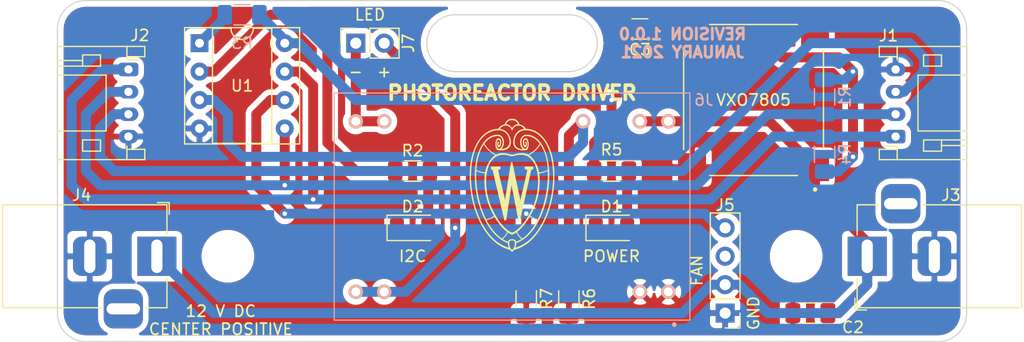
<source format=kicad_pcb>
(kicad_pcb (version 20171130) (host pcbnew 5.1.8+dfsg1-1+b1)
  (title_block (title "Digital Photoreactor Driver") (date 2021-01-19) (rev 1.0.0) (company "University of Wisconsin-Madison") (comment 1 "Department of Chemistry") (comment 2 "Gellman Group") (comment 3 "Philip Lampkin") (comment 4 plampkin@wisc.edu))
  (layers (0 F.Cu signal) (31 B.Cu signal) (34 B.Paste user) (35 F.Paste user) (36 B.SilkS user) (37 F.SilkS user) (38 B.Mask user) (39 F.Mask user) (44 Edge.Cuts user))
  (net 0 "")
  (net 1 GND)
  (net 2 +12V)
  (net 3 +5V)
  (net 4 SDA)
  (net 5 SCL)
  (net 6 PWM_LED)
  (net 7 PWM_FAN)
  (net 8 INDICATOR)
  (net 9 "Net-(D1-Pad2)")
  (net 10 "Net-(D2-Pad2)")
  (net 11 "Net-(J1-Pad3)")
  (net 12 "Net-(J6-Pad13)")
  (net 13 "Net-(J6-Pad11)")
  (net 14 "Net-(R3-Pad2)")
  (module Resistor_SMD:R_1206_3216Metric_Pad1.30x1.75mm_HandSolder (layer F.Cu) (at 128.27 105.41 270)
    (fp_text reference R7 (at 0 -1.82 90) (layer F.SilkS))
    (fp_text value 4.7k)
    (pad 2 smd roundrect (at 1.55 0 270) (size 1.3 1.75) (layers F.Cu F.Paste F.Mask) (roundrect_rratio 0.192308) (net 1 GND))
    (pad 1 smd roundrect (at -1.55 0 270) (size 1.3 1.75) (layers F.Cu F.Paste F.Mask) (roundrect_rratio 0.192308) (net 7 PWM_FAN))
  )
  (module Resistor_SMD:R_1206_3216Metric_Pad1.30x1.75mm_HandSolder (layer F.Cu) (at 132.08 105.41 270)
    (fp_text reference R6 (at 0 -1.82 90) (layer F.SilkS))
    (fp_text value 4.7k)
    (pad 2 smd roundrect (at 1.55 0 270) (size 1.3 1.75) (layers F.Cu F.Paste F.Mask) (roundrect_rratio 0.192308) (net 1 GND))
    (pad 1 smd roundrect (at -1.55 0 270) (size 1.3 1.75) (layers F.Cu F.Paste F.Mask) (roundrect_rratio 0.192308) (net 6 PWM_LED))
  )
  (module footprints:CONV_VXO7805-500-M (layer F.Cu) (at 148.59 87.63 180)
    (fp_text reference PS1 hide)
    (fp_text value VXO7805-500-M)
    (pad 4 smd rect (at -5.5 6 180) (size 2.5 2.5) (layers F.Cu F.Paste F.Mask))
    (pad 3 smd rect (at 5.5 6 180) (size 2.5 2.5) (layers F.Cu F.Paste F.Mask) (net 3 +5V))
    (pad 2 smd rect (at 5.5 -6 180) (size 2.5 2.5) (layers F.Cu F.Paste F.Mask) (net 1 GND))
    (pad 1 smd rect (at -5.5 -6 180) (size 2.5 2.5) (layers F.Cu F.Paste F.Mask) (net 2 +12V))
  )
  (module Connector_JST:JST_PH_S4B-PH-K_1x04_P2.00mm_Horizontal (layer F.Cu) (at 161.29 90.9 90)
    (fp_text reference J1 (at 9.017 -0.635) (layer F.SilkS))
    (fp_text value Conn_01x04)
    (pad 4 thru_hole oval (at 6 0 90) (size 1.2 1.75) (drill 0.75) (layers *.Cu *.Mask) (net 1 GND))
    (pad 3 thru_hole oval (at 4 0 90) (size 1.2 1.75) (drill 0.75) (layers *.Cu *.Mask) (net 11 "Net-(J1-Pad3)"))
    (pad 2 thru_hole oval (at 2 0 90) (size 1.2 1.75) (drill 0.75) (layers *.Cu *.Mask) (net 4 SDA))
    (pad 1 thru_hole roundrect (at 0 0 90) (size 1.2 1.75) (drill 0.75) (layers *.Cu *.Mask) (roundrect_rratio 0.2083325) (net 5 SCL))
  )
  (module Resistor_SMD:R_1206_3216Metric_Pad1.30x1.75mm_HandSolder (layer F.Cu) (at 135.89 93.98)
    (fp_text reference R5 (at 0 -1.905) (layer F.SilkS))
    (fp_text value 470)
    (pad 2 smd roundrect (at 1.55 0) (size 1.3 1.75) (layers F.Cu F.Paste F.Mask) (roundrect_rratio 0.1923076923076923) (net 9 "Net-(D1-Pad2)"))
    (pad 1 smd roundrect (at -1.55 0) (size 1.3 1.75) (layers F.Cu F.Paste F.Mask) (roundrect_rratio 0.1923076923076923) (net 3 +5V))
  )
  (module Resistor_SMD:R_1206_3216Metric_Pad1.30x1.75mm_HandSolder (layer B.Cu) (at 154.94 92.482 90)
    (fp_text reference R4 (at 0 1.82 90) (layer B.SilkS) (effects (justify mirror)))
    (fp_text value 4.7k)
    (pad 2 smd roundrect (at 1.55 0 90) (size 1.3 1.75) (layers B.Cu B.Paste B.Mask) (roundrect_rratio 0.1923076923076923) (net 5 SCL))
    (pad 1 smd roundrect (at -1.55 0 90) (size 1.3 1.75) (layers B.Cu B.Paste B.Mask) (roundrect_rratio 0.1923076923076923) (net 3 +5V))
  )
  (module Resistor_SMD:R_1206_3216Metric_Pad1.30x1.75mm_HandSolder (layer B.Cu) (at 102.87 80.01 180)
    (fp_text reference R3 (at 0 -2.54) (layer B.SilkS) (effects (justify mirror)))
    (fp_text value 10k)
    (pad 2 smd roundrect (at 1.55 0 180) (size 1.3 1.75) (layers B.Cu B.Paste B.Mask) (roundrect_rratio 0.1923076923076923) (net 14 "Net-(R3-Pad2)"))
    (pad 1 smd roundrect (at -1.55 0 180) (size 1.3 1.75) (layers B.Cu B.Paste B.Mask) (roundrect_rratio 0.1923076923076923) (net 3 +5V))
  )
  (module Resistor_SMD:R_1206_3216Metric_Pad1.30x1.75mm_HandSolder (layer F.Cu) (at 118.11 93.98)
    (fp_text reference R2 (at 0 -1.82) (layer F.SilkS))
    (fp_text value 470)
    (pad 2 smd roundrect (at 1.55 0) (size 1.3 1.75) (layers F.Cu F.Paste F.Mask) (roundrect_rratio 0.1923076923076923) (net 10 "Net-(D2-Pad2)"))
    (pad 1 smd roundrect (at -1.55 0) (size 1.3 1.75) (layers F.Cu F.Paste F.Mask) (roundrect_rratio 0.1923076923076923) (net 8 INDICATOR))
  )
  (module Resistor_SMD:R_1206_3216Metric_Pad1.30x1.75mm_HandSolder (layer B.Cu) (at 154.94 87.35 90)
    (fp_text reference R1 (at 0 1.82 90) (layer B.SilkS) (effects (justify mirror)))
    (fp_text value 4.7k)
    (pad 2 smd roundrect (at 1.55 0 90) (size 1.3 1.75) (layers B.Cu B.Paste B.Mask) (roundrect_rratio 0.1923076923076923) (net 3 +5V))
    (pad 1 smd roundrect (at -1.55 0 90) (size 1.3 1.75) (layers B.Cu B.Paste B.Mask) (roundrect_rratio 0.1923076923076923) (net 4 SDA))
  )
  (module Capacitor_SMD:C_1206_3216Metric_Pad1.33x1.80mm_HandSolder (layer F.Cu) (at 138.43 81.28 180)
    (fp_text reference C3 (at 0 -1.85) (layer F.SilkS))
    (fp_text value 22u)
    (pad 2 smd roundrect (at 1.5625 0 180) (size 1.325 1.8) (layers F.Cu F.Paste F.Mask) (roundrect_rratio 0.1886784905660377) (net 1 GND))
    (pad 1 smd roundrect (at -1.5625 0 180) (size 1.325 1.8) (layers F.Cu F.Paste F.Mask) (roundrect_rratio 0.1886784905660377) (net 3 +5V))
  )
  (module Capacitor_SMD:C_1206_3216Metric_Pad1.33x1.80mm_HandSolder (layer F.Cu) (at 153.67 106.68)
    (fp_text reference C2 (at 3.81 1.27) (layer F.SilkS))
    (fp_text value 10u)
    (pad 2 smd roundrect (at 1.5625 0) (size 1.325 1.8) (layers F.Cu F.Paste F.Mask) (roundrect_rratio 0.1886784905660377) (net 2 +12V))
    (pad 1 smd roundrect (at -1.5625 0) (size 1.325 1.8) (layers F.Cu F.Paste F.Mask) (roundrect_rratio 0.1886784905660377) (net 1 GND))
  )
  (module footprints:logo (layer F.Cu) (at 127 95.25)
    (fp_text reference G*** hide)
    (fp_text value LOGO hide)
  )
  (module LED_SMD:LED_1206_3216Metric (layer F.Cu) (at 135.89 99.06)
    (fp_text reference D1 (at 0 -1.905) (layer F.SilkS))
    (fp_text value LED)
    (pad 2 smd roundrect (at 1.4 0) (size 1.25 1.75) (layers F.Cu F.Paste F.Mask) (roundrect_rratio 0.2) (net 9 "Net-(D1-Pad2)"))
    (pad 1 smd roundrect (at -1.4 0) (size 1.25 1.75) (layers F.Cu F.Paste F.Mask) (roundrect_rratio 0.2) (net 1 GND))
  )
  (module MountingHole:MountingHole_3.7mm (layer F.Cu) (at 152.4 101.6 180)
    (fp_text reference REF** hide)
    (fp_text value MountingHole_3.7mm hide)
    (pad 1 np_thru_hole circle (at 0 0 180) (size 3.7 3.7) (drill 3.7) (layers *.Cu *.Mask))
  )
  (module MountingHole:MountingHole_3.7mm (layer F.Cu) (at 101.6 101.6 180)
    (fp_text reference REF** hide)
    (fp_text value MountingHole_3.7mm hide)
    (pad 1 np_thru_hole circle (at 0 0 180) (size 3.7 3.7) (drill 3.7) (layers *.Cu *.Mask))
  )
  (module LDD-1500L:LDD1500L (layer B.Cu) (at 140.97 104.775 90)
    (fp_text reference J6 (at 17.145 3.175 180) (layer B.SilkS) (effects (justify mirror)))
    (fp_text value LDD-1500L hide)
    (pad 24 thru_hole circle (at 15.24 0) (size 1.3 1.3) (drill 0.8) (layers *.Cu *.Mask B.SilkS) (net 2 +12V))
    (pad 23 thru_hole circle (at 15.24 -2.54) (size 1.3 1.3) (drill 0.8) (layers *.Cu *.Mask B.SilkS) (net 2 +12V))
    (pad 21 thru_hole circle (at 15.24 -7.62) (size 1.3 1.3) (drill 0.8) (layers *.Cu *.Mask B.SilkS) (net 6 PWM_LED))
    (pad 14 thru_hole circle (at 15.24 -25.4) (size 1.3 1.3) (drill 0.8) (layers *.Cu *.Mask B.SilkS) (net 12 "Net-(J6-Pad13)"))
    (pad 13 thru_hole circle (at 15.24 -27.94) (size 1.3 1.3) (drill 0.8) (layers *.Cu *.Mask B.SilkS) (net 12 "Net-(J6-Pad13)"))
    (pad 12 thru_hole circle (at 0 -27.94) (size 1.3 1.3) (drill 0.8) (layers *.Cu *.Mask B.SilkS) (net 13 "Net-(J6-Pad11)"))
    (pad 11 thru_hole circle (at 0 -25.4) (size 1.3 1.3) (drill 0.8) (layers *.Cu *.Mask B.SilkS) (net 13 "Net-(J6-Pad11)"))
    (pad 2 thru_hole circle (at 0 -2.54) (size 1.3 1.3) (drill 0.8) (layers *.Cu *.Mask B.SilkS) (net 1 GND))
    (pad 1 thru_hole circle (at 0 0) (size 1.3 1.3) (drill 0.8) (layers *.Cu *.Mask B.SilkS) (net 1 GND))
  )
  (module Connector_BarrelJack:BarrelJack_Horizontal (layer F.Cu) (at 95.25 101.6)
    (fp_text reference J4 (at -6.731 -5.461) (layer F.SilkS))
    (fp_text value Barrel_Jack)
    (pad 1 thru_hole rect (at 0 0) (size 3.5 3.5) (drill oval 1 3) (layers *.Cu *.Mask) (net 2 +12V))
    (pad 2 thru_hole roundrect (at -6 0) (size 3 3.5) (drill oval 1 3) (layers *.Cu *.Mask) (net 1 GND))
    (pad 3 thru_hole roundrect (at -3 4.7) (size 3.5 3.5) (drill oval 3 1) (layers *.Cu *.Mask))
  )
  (module Connector_BarrelJack:BarrelJack_Horizontal (layer F.Cu) (at 158.75 101.6 180)
    (fp_text reference J3 (at -7.493 5.462) (layer F.SilkS))
    (fp_text value Barrel_Jack)
    (pad 3 thru_hole roundrect (at -3 4.7 180) (size 3.5 3.5) (drill oval 3 1) (layers *.Cu *.Mask))
    (pad 2 thru_hole roundrect (at -6 0 180) (size 3 3.5) (drill oval 1 3) (layers *.Cu *.Mask) (net 1 GND))
    (pad 1 thru_hole rect (at 0 0 180) (size 3.5 3.5) (drill oval 1 3) (layers *.Cu *.Mask) (net 2 +12V))
  )
  (module LED_SMD:LED_1206_3216Metric (layer F.Cu) (at 118.11 99.06)
    (fp_text reference D2 (at 0 -1.905) (layer F.SilkS))
    (fp_text value LED)
    (pad 2 smd roundrect (at 1.4 0) (size 1.25 1.75) (layers F.Cu F.Paste F.Mask) (roundrect_rratio 0.2) (net 10 "Net-(D2-Pad2)"))
    (pad 1 smd roundrect (at -1.4 0) (size 1.25 1.75) (layers F.Cu F.Paste F.Mask) (roundrect_rratio 0.2) (net 1 GND))
  )
  (module Connector_JST:JST_PH_S4B-PH-K_1x04_P2.00mm_Horizontal (layer F.Cu) (at 92.71 84.9 270)
    (fp_text reference J2 (at -3.048 -1.016 180) (layer F.SilkS))
    (fp_text value Conn_01x04)
    (pad 4 thru_hole oval (at 6 0 270) (size 1.2 1.75) (drill 0.75) (layers *.Cu *.Mask) (net 1 GND))
    (pad 3 thru_hole oval (at 4 0 270) (size 1.2 1.75) (drill 0.75) (layers *.Cu *.Mask) (net 11 "Net-(J1-Pad3)"))
    (pad 2 thru_hole oval (at 2 0 270) (size 1.2 1.75) (drill 0.75) (layers *.Cu *.Mask) (net 4 SDA))
    (pad 1 thru_hole roundrect (at 0 0 270) (size 1.2 1.75) (drill 0.75) (layers *.Cu *.Mask) (roundrect_rratio 0.2083325) (net 5 SCL))
  )
  (module Package_DIP:DIP-8_W7.62mm_Socket (layer F.Cu) (at 99.06 82.55)
    (fp_text reference U1 (at 3.81 3.81) (layer F.SilkS))
    (fp_text value ATtiny85-20PU)
    (pad 8 thru_hole oval (at 7.62 0) (size 1.6 1.6) (drill 0.8) (layers *.Cu *.Mask) (net 3 +5V))
    (pad 4 thru_hole oval (at 0 7.62) (size 1.6 1.6) (drill 0.8) (layers *.Cu *.Mask) (net 1 GND))
    (pad 7 thru_hole oval (at 7.62 2.54) (size 1.6 1.6) (drill 0.8) (layers *.Cu *.Mask) (net 5 SCL))
    (pad 3 thru_hole oval (at 0 5.08) (size 1.6 1.6) (drill 0.8) (layers *.Cu *.Mask) (net 6 PWM_LED))
    (pad 6 thru_hole oval (at 7.62 5.08) (size 1.6 1.6) (drill 0.8) (layers *.Cu *.Mask) (net 7 PWM_FAN))
    (pad 2 thru_hole oval (at 0 2.54) (size 1.6 1.6) (drill 0.8) (layers *.Cu *.Mask) (net 8 INDICATOR))
    (pad 5 thru_hole oval (at 7.62 7.62) (size 1.6 1.6) (drill 0.8) (layers *.Cu *.Mask) (net 4 SDA))
    (pad 1 thru_hole rect (at 0 0) (size 1.6 1.6) (drill 0.8) (layers *.Cu *.Mask) (net 14 "Net-(R3-Pad2)"))
  )
  (module Connector_PinHeader_2.54mm:PinHeader_1x04_P2.54mm_Vertical (layer F.Cu) (at 146.05 106.68 180)
    (fp_text reference J5 (at 0 9.652) (layer F.SilkS))
    (fp_text value Conn_01x04)
    (pad 4 thru_hole oval (at 0 7.62 180) (size 1.7 1.7) (drill 1) (layers *.Cu *.Mask) (net 7 PWM_FAN))
    (pad 3 thru_hole oval (at 0 5.08 180) (size 1.7 1.7) (drill 1) (layers *.Cu *.Mask))
    (pad 2 thru_hole oval (at 0 2.54 180) (size 1.7 1.7) (drill 1) (layers *.Cu *.Mask) (net 2 +12V))
    (pad 1 thru_hole rect (at 0 0 180) (size 1.7 1.7) (drill 1) (layers *.Cu *.Mask) (net 1 GND))
  )
  (module Connector_PinSocket_2.54mm:PinSocket_1x02_P2.54mm_Vertical (layer F.Cu) (at 113.03 82.55 90)
    (fp_text reference J7 (at 0 4.699 90) (layer F.SilkS))
    (fp_text value Conn_01x02)
    (pad 1 thru_hole rect (at 0 0 90) (size 1.7 1.7) (drill 1) (layers *.Cu *.Mask) (net 12 "Net-(J6-Pad13)"))
    (pad 2 thru_hole oval (at 0 2.54 90) (size 1.7 1.7) (drill 1) (layers *.Cu *.Mask) (net 13 "Net-(J6-Pad11)"))
  )
  (gr_text VXO7805 (at 148.59 87.63) (layer F.SilkS) (effects (font (size 1 1))))
  (gr_text FAN (at 143.51 102.87 90) (layer F.SilkS) (effects (font (size 1 1))))
  (gr_text GND (at 148.59 106.68 90) (layer F.SilkS) (effects (font (size 1 1))))
  (gr_text - (at 113.03 85.09) (layer F.SilkS) (effects (font (size 1 1))))
  (gr_text + (at 115.57 85.09) (layer F.SilkS) (effects (font (size 1 1))))
  (gr_text I2C (at 118.11 101.6) (layer F.SilkS) (effects (font (size 1 1))))
  (gr_text POWER (at 135.89 101.6) (layer F.SilkS) (effects (font (size 1 1))))
  (gr_text "12 V DC\nCENTER POSITIVE" (at 100.965 107.315) (layer F.SilkS) (effects (font (size 1 1))))
  (gr_text "PHOTOREACTOR DRIVER" (at 127 86.995) (layer F.SilkS) (effects (font (size 1.27 1.27) (thickness 0.3175))))
  (gr_text LED (at 114.3 80.01) (layer F.SilkS) (effects (font (size 1 1))))
  (gr_arc (start 121.92 82.55) (end 119.38 82.55) (angle -90) (layer Edge.Cuts) (width 0.1))
  (gr_line (start 165.1 78.74) (end 88.9 78.74) (layer Edge.Cuts) (width 0.1))
  (gr_arc (start 121.92 82.55) (end 121.92 80.01) (angle -90) (layer Edge.Cuts) (width 0.1))
  (gr_arc (start 132.08 82.55) (end 134.62 82.55) (angle -90) (layer Edge.Cuts) (width 0.1))
  (gr_arc (start 132.08 82.55) (end 132.08 85.09) (angle -90) (layer Edge.Cuts) (width 0.1))
  (gr_line (start 132.08 80.01) (end 121.92 80.01) (layer Edge.Cuts) (width 0.1))
  (gr_line (start 132.08 85.09) (end 121.92 85.09) (layer Edge.Cuts) (width 0.1))
  (gr_line (start 165.1 109.22) (end 88.9 109.22) (layer Edge.Cuts) (width 0.1))
  (gr_line (start 86.36 81.28) (end 86.36 106.68) (layer Edge.Cuts) (width 0.1))
  (gr_line (start 167.64 106.68) (end 167.64 81.28) (layer Edge.Cuts) (width 0.1))
  (gr_arc (start 88.9 81.28) (end 88.9 78.74) (angle -90) (layer Edge.Cuts) (width 0.1))
  (gr_arc (start 88.9 106.68) (end 86.36 106.68) (angle -90) (layer Edge.Cuts) (width 0.1))
  (gr_arc (start 165.1 106.68) (end 165.1 109.22) (angle -90) (layer Edge.Cuts) (width 0.1))
  (gr_arc (start 165.1 81.28) (end 167.64 81.28) (angle -90) (layer Edge.Cuts) (width 0.1))
  (gr_text "REVISION 1.0.0\nJANUARY 2021" (at 142.24 82.55) (layer B.SilkS) (effects (font (size 1 1) (thickness 0.25)) (justify mirror)))
  (segment (start 158.75 101.6) (end 158.75 102.87) (width 0.889) (layer F.Cu) (net 2))
  (segment (start 155.2325 106.68) (end 156.21 106.68) (width 0.889) (layer F.Cu) (net 2))
  (segment (start 158.75 104.14) (end 158.75 101.6) (width 0.889) (layer F.Cu) (net 2))
  (segment (start 156.21 106.68) (end 158.75 104.14) (width 0.889) (layer F.Cu) (net 2))
  (segment (start 154.09 93.63) (end 154.09 95.67) (width 0.889) (layer F.Cu) (net 2))
  (segment (start 158.75 100.33) (end 158.75 101.6) (width 0.889) (layer F.Cu) (net 2))
  (segment (start 154.09 95.67) (end 158.75 100.33) (width 0.889) (layer F.Cu) (net 2))
  (segment (start 138.43 89.535) (end 140.97 89.535) (width 0.889) (layer F.Cu) (net 2))
  (segment (start 149.995 89.535) (end 154.09 93.63) (width 0.889) (layer F.Cu) (net 2))
  (segment (start 140.97 89.535) (end 149.995 89.535) (width 0.889) (layer F.Cu) (net 2))
  (segment (start 144.78 104.14) (end 146.05 104.14) (width 0.889) (layer B.Cu) (net 2))
  (segment (start 142.24 106.68) (end 144.78 104.14) (width 0.889) (layer B.Cu) (net 2))
  (segment (start 100.33 106.68) (end 142.24 106.68) (width 0.889) (layer B.Cu) (net 2))
  (segment (start 95.25 101.6) (end 100.33 106.68) (width 0.889) (layer B.Cu) (net 2))
  (segment (start 146.05 104.14) (end 147.32 104.14) (width 0.889) (layer B.Cu) (net 2))
  (segment (start 147.32 104.14) (end 149.86 106.68) (width 0.889) (layer B.Cu) (net 2))
  (segment (start 149.86 106.68) (end 156.21 106.68) (width 0.889) (layer B.Cu) (net 2))
  (segment (start 156.21 106.68) (end 158.75 104.14) (width 0.889) (layer B.Cu) (net 2))
  (segment (start 158.75 104.14) (end 158.75 101.6) (width 0.889) (layer B.Cu) (net 2))
  (segment (start 142.74 81.28) (end 143.09 81.63) (width 0.889) (layer F.Cu) (net 3))
  (segment (start 139.9925 81.28) (end 142.74 81.28) (width 0.889) (layer F.Cu) (net 3))
  (segment (start 139.9925 83.5275) (end 139.9925 81.28) (width 0.889) (layer F.Cu) (net 3))
  (segment (start 135.89 89.891258) (end 135.89 87.63) (width 0.889) (layer F.Cu) (net 3))
  (segment (start 134.34 91.441258) (end 135.89 89.891258) (width 0.889) (layer F.Cu) (net 3))
  (segment (start 134.34 93.98) (end 134.34 91.441258) (width 0.889) (layer F.Cu) (net 3))
  (segment (start 135.89 87.63) (end 137.16 86.36) (width 0.889) (layer F.Cu) (net 3))
  (segment (start 137.16 86.36) (end 139.9925 83.5275) (width 0.889) (layer F.Cu) (net 3))
  (via (at 135.89 87.63) (size 0.8) (drill 0.4) (layers F.Cu B.Cu) (net 3))
  (segment (start 135.89 87.63) (end 113.03 87.63) (width 0.889) (layer B.Cu) (net 3))
  (segment (start 107.95 82.55) (end 106.68 82.55) (width 0.889) (layer B.Cu) (net 3))
  (segment (start 113.03 87.63) (end 107.95 82.55) (width 0.889) (layer B.Cu) (net 3))
  (segment (start 143.09 81.63) (end 147.67 81.63) (width 0.889) (layer F.Cu) (net 3))
  (segment (start 147.67 81.63) (end 148.94 81.63) (width 0.889) (layer F.Cu) (net 3))
  (segment (start 148.94 81.63) (end 151.13 83.82) (width 0.889) (layer F.Cu) (net 3))
  (segment (start 151.13 83.82) (end 156.21 83.82) (width 0.889) (layer F.Cu) (net 3))
  (segment (start 156.21 83.82) (end 157.48 85.09) (width 0.889) (layer F.Cu) (net 3))
  (via (at 157.48 92.71) (size 0.8) (drill 0.4) (layers F.Cu B.Cu) (net 3))
  (segment (start 157.48 85.09) (end 157.48 92.71) (width 0.889) (layer F.Cu) (net 3))
  (segment (start 156.158 94.032) (end 154.94 94.032) (width 0.889) (layer B.Cu) (net 3))
  (segment (start 157.48 92.71) (end 156.158 94.032) (width 0.889) (layer B.Cu) (net 3))
  (via (at 157.48 85.09) (size 0.8) (drill 0.4) (layers F.Cu B.Cu) (net 3))
  (segment (start 156.77 85.8) (end 157.48 85.09) (width 0.889) (layer B.Cu) (net 3))
  (segment (start 154.94 85.8) (end 156.77 85.8) (width 0.889) (layer B.Cu) (net 3))
  (segment (start 106.68 82.27) (end 104.42 80.01) (width 0.889) (layer B.Cu) (net 3))
  (segment (start 106.68 82.55) (end 106.68 82.27) (width 0.889) (layer B.Cu) (net 3))
  (segment (start 149.86 88.9) (end 161.29 88.9) (width 0.889) (layer B.Cu) (net 4))
  (segment (start 143.51 95.25) (end 149.86 88.9) (width 0.889) (layer B.Cu) (net 4))
  (segment (start 88.9 93.98) (end 90.17 95.25) (width 0.889) (layer B.Cu) (net 4))
  (segment (start 88.9 88.9) (end 88.9 93.98) (width 0.889) (layer B.Cu) (net 4))
  (segment (start 90.9 86.9) (end 88.9 88.9) (width 0.889) (layer B.Cu) (net 4))
  (segment (start 92.71 86.9) (end 90.9 86.9) (width 0.889) (layer B.Cu) (net 4))
  (via (at 106.68 95.25) (size 0.8) (drill 0.4) (layers F.Cu B.Cu) (net 4))
  (segment (start 106.68 90.17) (end 106.68 95.25) (width 0.889) (layer F.Cu) (net 4))
  (segment (start 106.68 95.25) (end 143.51 95.25) (width 0.889) (layer B.Cu) (net 4))
  (segment (start 90.17 95.25) (end 106.68 95.25) (width 0.889) (layer B.Cu) (net 4))
  (segment (start 92.71 84.9) (end 92.71 85.09) (width 0.889) (layer B.Cu) (net 5))
  (segment (start 150.4 90.9) (end 161.29 90.9) (width 0.889) (layer B.Cu) (net 5))
  (segment (start 144.779991 96.520009) (end 150.4 90.9) (width 0.889) (layer B.Cu) (net 5))
  (segment (start 87.63 95.25) (end 88.900009 96.520009) (width 0.889) (layer B.Cu) (net 5))
  (segment (start 87.63 87.63) (end 87.63 95.25) (width 0.889) (layer B.Cu) (net 5))
  (segment (start 90.36 84.9) (end 87.63 87.63) (width 0.889) (layer B.Cu) (net 5))
  (segment (start 92.71 84.9) (end 90.36 84.9) (width 0.889) (layer B.Cu) (net 5))
  (segment (start 106.68 85.09) (end 107.95 85.09) (width 0.889) (layer F.Cu) (net 5))
  (via (at 109.22 96.52) (size 0.8) (drill 0.4) (layers F.Cu B.Cu) (net 5))
  (segment (start 109.22 86.36) (end 109.22 96.52) (width 0.889) (layer F.Cu) (net 5))
  (segment (start 107.95 85.09) (end 109.22 86.36) (width 0.889) (layer F.Cu) (net 5))
  (segment (start 109.22 96.52) (end 144.779982 96.52) (width 0.889) (layer B.Cu) (net 5))
  (segment (start 88.9 96.52) (end 109.22 96.52) (width 0.889) (layer B.Cu) (net 5))
  (segment (start 99.06 87.63) (end 100.33 87.63) (width 0.889) (layer B.Cu) (net 6))
  (segment (start 100.33 87.63) (end 101.6 88.9) (width 0.889) (layer B.Cu) (net 6))
  (segment (start 101.6 88.9) (end 101.6 91.44) (width 0.889) (layer B.Cu) (net 6))
  (segment (start 101.6 91.44) (end 102.87 92.71) (width 0.889) (layer B.Cu) (net 6))
  (segment (start 102.87 92.71) (end 132.08 92.71) (width 0.889) (layer B.Cu) (net 6))
  (segment (start 133.35 91.44) (end 133.35 89.535) (width 0.889) (layer B.Cu) (net 6))
  (segment (start 132.08 92.71) (end 133.35 91.44) (width 0.889) (layer B.Cu) (net 6))
  (segment (start 132.08 90.805) (end 133.35 89.535) (width 0.889) (layer F.Cu) (net 6))
  (segment (start 132.08 103.86) (end 132.08 90.805) (width 0.889) (layer F.Cu) (net 6))
  (segment (start 106.68 87.63) (end 105.41 87.63) (width 0.889) (layer F.Cu) (net 7))
  (segment (start 105.41 87.63) (end 104.14 88.9) (width 0.889) (layer F.Cu) (net 7))
  (segment (start 104.14 88.9) (end 104.14 95.25) (width 0.889) (layer F.Cu) (net 7))
  (via (at 106.68 97.79) (size 0.8) (drill 0.4) (layers F.Cu B.Cu) (net 7))
  (segment (start 104.14 95.25) (end 106.68 97.79) (width 0.889) (layer F.Cu) (net 7))
  (segment (start 145.523918 99.06) (end 146.05 99.06) (width 0.889) (layer B.Cu) (net 7))
  (segment (start 144.253918 97.79) (end 145.523918 99.06) (width 0.889) (layer B.Cu) (net 7))
  (segment (start 134.62 97.79) (end 144.253918 97.79) (width 0.889) (layer B.Cu) (net 7))
  (via (at 128.27 97.79) (size 0.8) (drill 0.4) (layers F.Cu B.Cu) (net 7))
  (segment (start 128.27 103.86) (end 128.27 97.79) (width 0.889) (layer F.Cu) (net 7))
  (segment (start 128.27 97.79) (end 134.62 97.79) (width 0.889) (layer B.Cu) (net 7))
  (segment (start 106.68 97.79) (end 128.27 97.79) (width 0.889) (layer B.Cu) (net 7))
  (segment (start 100.33 85.09) (end 99.06 85.09) (width 0.889) (layer F.Cu) (net 8))
  (segment (start 105.41 80.01) (end 100.33 85.09) (width 0.889) (layer F.Cu) (net 8))
  (segment (start 107.95 80.01) (end 105.41 80.01) (width 0.889) (layer F.Cu) (net 8))
  (segment (start 110.49 91.44) (end 110.49 82.55) (width 0.889) (layer F.Cu) (net 8))
  (segment (start 113.03 93.98) (end 110.49 91.44) (width 0.889) (layer F.Cu) (net 8))
  (segment (start 110.49 82.55) (end 107.95 80.01) (width 0.889) (layer F.Cu) (net 8))
  (segment (start 116.56 93.98) (end 113.03 93.98) (width 0.889) (layer F.Cu) (net 8))
  (segment (start 137.29 94.13) (end 137.44 93.98) (width 0.889) (layer F.Cu) (net 9))
  (segment (start 137.29 99.06) (end 137.29 94.13) (width 0.889) (layer F.Cu) (net 9))
  (segment (start 119.51 94.13) (end 119.66 93.98) (width 0.889) (layer F.Cu) (net 10))
  (segment (start 119.51 99.06) (end 119.51 94.13) (width 0.889) (layer F.Cu) (net 10))
  (segment (start 142.24 93.98) (end 149.32 86.9) (width 0.889) (layer B.Cu) (net 11))
  (segment (start 91.44 93.98) (end 142.24 93.98) (width 0.889) (layer B.Cu) (net 11))
  (segment (start 91.44 88.9) (end 90.17 90.17) (width 0.889) (layer B.Cu) (net 11))
  (segment (start 92.71 88.9) (end 91.44 88.9) (width 0.889) (layer B.Cu) (net 11))
  (segment (start 91.44 93.98) (end 90.17 92.71) (width 0.889) (layer B.Cu) (net 11))
  (segment (start 90.17 92.71) (end 90.17 90.17) (width 0.889) (layer B.Cu) (net 11))
  (segment (start 149.32 86.9) (end 149.225 86.995) (width 0.889) (layer B.Cu) (net 11))
  (segment (start 162.02 86.9) (end 161.29 86.9) (width 0.889) (layer B.Cu) (net 11))
  (segment (start 163.83 85.09) (end 162.02 86.9) (width 0.889) (layer B.Cu) (net 11))
  (segment (start 163.83 83.82) (end 163.83 85.09) (width 0.889) (layer B.Cu) (net 11))
  (segment (start 162.56 82.55) (end 163.83 83.82) (width 0.889) (layer B.Cu) (net 11))
  (segment (start 153.67 82.55) (end 162.56 82.55) (width 0.889) (layer B.Cu) (net 11))
  (segment (start 149.32 86.9) (end 153.67 82.55) (width 0.889) (layer B.Cu) (net 11))
  (segment (start 115.57 89.535) (end 113.03 89.535) (width 0.889) (layer F.Cu) (net 12))
  (segment (start 113.03 82.55) (end 113.03 89.535) (width 0.889) (layer F.Cu) (net 12))
  (segment (start 115.57 104.775) (end 113.03 104.775) (width 0.889) (layer B.Cu) (net 13))
  (segment (start 115.57 82.55) (end 121.92 88.9) (width 0.889) (layer F.Cu) (net 13))
  (via (at 121.92 99.06) (size 0.8) (drill 0.4) (layers F.Cu B.Cu) (net 13))
  (segment (start 121.92 88.9) (end 121.92 99.06) (width 0.889) (layer F.Cu) (net 13))
  (segment (start 121.92 99.06) (end 121.92 100.33) (width 0.889) (layer B.Cu) (net 13))
  (segment (start 117.475 104.775) (end 115.57 104.775) (width 0.889) (layer B.Cu) (net 13))
  (segment (start 121.92 100.33) (end 117.475 104.775) (width 0.889) (layer B.Cu) (net 13))
  (segment (start 101.32 80.29) (end 99.06 82.55) (width 0.889) (layer B.Cu) (net 14))
  (segment (start 101.32 80.01) (end 101.32 80.29) (width 0.889) (layer B.Cu) (net 14))
  (zone (net 1) (net_name GND) (layer F.Cu) (connect_pads (clearance 0.508)) (min_thickness 0.254) (fill yes (arc_segments 32) (thermal_gap 0.508) (thermal_bridge_width 0.508))
    (polygon (pts (xy 167.64 109.22) (xy 86.36 109.22) (xy 86.36 78.74) (xy 167.64 78.74)))
  )
  (zone (net 1) (net_name GND) (layer B.Cu) (connect_pads (clearance 0.508)) (min_thickness 0.254) (fill yes (arc_segments 32) (thermal_gap 0.508) (thermal_bridge_width 0.508))
    (polygon (pts (xy 167.64 109.22) (xy 86.36 109.22) (xy 86.36 78.74) (xy 167.64 78.74)))
  )
)
</source>
